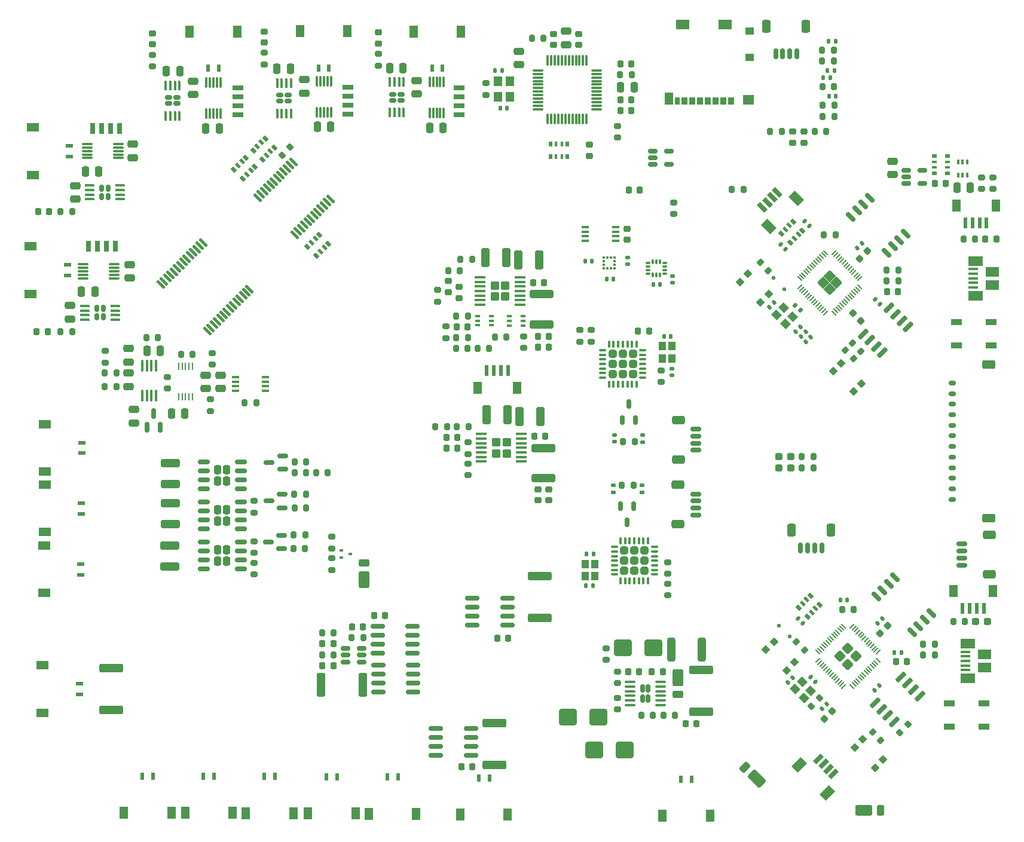
<source format=gbr>
%TF.GenerationSoftware,KiCad,Pcbnew,8.0.2-1*%
%TF.CreationDate,2024-05-28T14:08:19-07:00*%
%TF.ProjectId,flat_sat_dev_board,666c6174-5f73-4617-945f-6465765f626f,rev?*%
%TF.SameCoordinates,Original*%
%TF.FileFunction,Paste,Top*%
%TF.FilePolarity,Positive*%
%FSLAX46Y46*%
G04 Gerber Fmt 4.6, Leading zero omitted, Abs format (unit mm)*
G04 Created by KiCad (PCBNEW 8.0.2-1) date 2024-05-28 14:08:19*
%MOMM*%
%LPD*%
G01*
G04 APERTURE LIST*
G04 Aperture macros list*
%AMRoundRect*
0 Rectangle with rounded corners*
0 $1 Rounding radius*
0 $2 $3 $4 $5 $6 $7 $8 $9 X,Y pos of 4 corners*
0 Add a 4 corners polygon primitive as box body*
4,1,4,$2,$3,$4,$5,$6,$7,$8,$9,$2,$3,0*
0 Add four circle primitives for the rounded corners*
1,1,$1+$1,$2,$3*
1,1,$1+$1,$4,$5*
1,1,$1+$1,$6,$7*
1,1,$1+$1,$8,$9*
0 Add four rect primitives between the rounded corners*
20,1,$1+$1,$2,$3,$4,$5,0*
20,1,$1+$1,$4,$5,$6,$7,0*
20,1,$1+$1,$6,$7,$8,$9,0*
20,1,$1+$1,$8,$9,$2,$3,0*%
%AMRotRect*
0 Rectangle, with rotation*
0 The origin of the aperture is its center*
0 $1 length*
0 $2 width*
0 $3 Rotation angle, in degrees counterclockwise*
0 Add horizontal line*
21,1,$1,$2,0,0,$3*%
%AMFreePoly0*
4,1,19,0.563745,0.600348,0.608674,0.548496,0.619677,0.497915,0.619677,-0.497915,0.600348,-0.563745,0.548496,-0.608674,0.497915,-0.619677,-0.497915,-0.619677,-0.563745,-0.600348,-0.608674,-0.548496,-0.619677,-0.497915,-0.619677,0.397045,-0.600348,0.462875,-0.584014,0.483144,-0.483144,0.584014,-0.422927,0.616893,-0.397045,0.619677,0.497915,0.619677,0.563745,0.600348,0.563745,0.600348,
$1*%
%AMFreePoly1*
4,1,19,0.563745,0.600348,0.608674,0.548496,0.619677,0.497915,0.619677,-0.497915,0.600348,-0.563745,0.548496,-0.608674,0.497915,-0.619677,-0.397045,-0.619677,-0.462875,-0.600348,-0.483144,-0.584014,-0.584014,-0.483144,-0.616893,-0.422927,-0.619677,-0.397045,-0.619677,0.497915,-0.600348,0.563745,-0.548496,0.608674,-0.497915,0.619677,0.497915,0.619677,0.563745,0.600348,0.563745,0.600348,
$1*%
%AMFreePoly2*
4,1,19,0.462875,0.600348,0.483144,0.584014,0.584014,0.483144,0.616893,0.422927,0.619677,0.397045,0.619677,-0.497915,0.600348,-0.563745,0.548496,-0.608674,0.497915,-0.619677,-0.497915,-0.619677,-0.563745,-0.600348,-0.608674,-0.548496,-0.619677,-0.497915,-0.619677,0.497915,-0.600348,0.563745,-0.548496,0.608674,-0.497915,0.619677,0.397045,0.619677,0.462875,0.600348,0.462875,0.600348,
$1*%
%AMFreePoly3*
4,1,19,0.563745,0.600348,0.608674,0.548496,0.619677,0.497915,0.619677,-0.397045,0.600348,-0.462875,0.584014,-0.483144,0.483144,-0.584014,0.422927,-0.616893,0.397045,-0.619677,-0.497915,-0.619677,-0.563745,-0.600348,-0.608674,-0.548496,-0.619677,-0.497915,-0.619677,0.497915,-0.600348,0.563745,-0.548496,0.608674,-0.497915,0.619677,0.497915,0.619677,0.563745,0.600348,0.563745,0.600348,
$1*%
G04 Aperture macros list end*
%ADD10RoundRect,0.250000X-1.000000X-0.900000X1.000000X-0.900000X1.000000X0.900000X-1.000000X0.900000X0*%
%ADD11RoundRect,0.225000X-0.225000X-0.250000X0.225000X-0.250000X0.225000X0.250000X-0.225000X0.250000X0*%
%ADD12RoundRect,0.150000X0.150000X0.625000X-0.150000X0.625000X-0.150000X-0.625000X0.150000X-0.625000X0*%
%ADD13RoundRect,0.250000X0.350000X0.650000X-0.350000X0.650000X-0.350000X-0.650000X0.350000X-0.650000X0*%
%ADD14RoundRect,0.140000X-0.219203X-0.021213X-0.021213X-0.219203X0.219203X0.021213X0.021213X0.219203X0*%
%ADD15RoundRect,0.200000X-0.335876X-0.053033X-0.053033X-0.335876X0.335876X0.053033X0.053033X0.335876X0*%
%ADD16RotRect,0.900000X0.900000X315.000000*%
%ADD17RoundRect,0.200000X0.275000X-0.200000X0.275000X0.200000X-0.275000X0.200000X-0.275000X-0.200000X0*%
%ADD18RoundRect,0.140000X-0.021213X0.219203X-0.219203X0.021213X0.021213X-0.219203X0.219203X-0.021213X0*%
%ADD19R,0.600000X1.000000*%
%ADD20R,1.250000X1.800000*%
%ADD21RoundRect,0.140000X0.140000X0.170000X-0.140000X0.170000X-0.140000X-0.170000X0.140000X-0.170000X0*%
%ADD22RoundRect,0.218750X-0.256250X0.218750X-0.256250X-0.218750X0.256250X-0.218750X0.256250X0.218750X0*%
%ADD23RoundRect,0.200000X-0.275000X0.200000X-0.275000X-0.200000X0.275000X-0.200000X0.275000X0.200000X0*%
%ADD24RoundRect,0.100000X0.225000X0.100000X-0.225000X0.100000X-0.225000X-0.100000X0.225000X-0.100000X0*%
%ADD25RoundRect,0.200000X-0.200000X-0.275000X0.200000X-0.275000X0.200000X0.275000X-0.200000X0.275000X0*%
%ADD26R,1.000000X0.600000*%
%ADD27R,1.800000X1.250000*%
%ADD28RoundRect,0.150000X-0.825000X-0.150000X0.825000X-0.150000X0.825000X0.150000X-0.825000X0.150000X0*%
%ADD29RoundRect,0.140000X-0.170000X0.140000X-0.170000X-0.140000X0.170000X-0.140000X0.170000X0.140000X0*%
%ADD30RoundRect,0.250000X0.950000X0.500000X-0.950000X0.500000X-0.950000X-0.500000X0.950000X-0.500000X0*%
%ADD31RoundRect,0.250000X0.275000X0.500000X-0.275000X0.500000X-0.275000X-0.500000X0.275000X-0.500000X0*%
%ADD32RoundRect,0.100000X0.155000X0.100000X-0.155000X0.100000X-0.155000X-0.100000X0.155000X-0.100000X0*%
%ADD33RoundRect,0.200000X0.335876X0.053033X0.053033X0.335876X-0.335876X-0.053033X-0.053033X-0.335876X0*%
%ADD34RoundRect,0.250000X0.320000X0.320000X-0.320000X0.320000X-0.320000X-0.320000X0.320000X-0.320000X0*%
%ADD35RoundRect,0.075000X0.437500X0.075000X-0.437500X0.075000X-0.437500X-0.075000X0.437500X-0.075000X0*%
%ADD36RoundRect,0.075000X0.075000X0.437500X-0.075000X0.437500X-0.075000X-0.437500X0.075000X-0.437500X0*%
%ADD37RoundRect,0.225000X0.250000X-0.225000X0.250000X0.225000X-0.250000X0.225000X-0.250000X-0.225000X0*%
%ADD38RoundRect,0.250000X0.255000X0.395000X-0.255000X0.395000X-0.255000X-0.395000X0.255000X-0.395000X0*%
%ADD39RoundRect,0.150000X0.662500X0.150000X-0.662500X0.150000X-0.662500X-0.150000X0.662500X-0.150000X0*%
%ADD40RoundRect,0.250001X-0.354999X-0.374999X0.354999X-0.374999X0.354999X0.374999X-0.354999X0.374999X0*%
%ADD41RoundRect,0.100000X-0.687500X-0.100000X0.687500X-0.100000X0.687500X0.100000X-0.687500X0.100000X0*%
%ADD42RoundRect,0.150000X0.512500X0.150000X-0.512500X0.150000X-0.512500X-0.150000X0.512500X-0.150000X0*%
%ADD43RoundRect,0.150000X-0.150000X-0.625000X0.150000X-0.625000X0.150000X0.625000X-0.150000X0.625000X0*%
%ADD44RoundRect,0.250000X-0.350000X-0.650000X0.350000X-0.650000X0.350000X0.650000X-0.350000X0.650000X0*%
%ADD45RoundRect,0.140000X-0.140000X-0.170000X0.140000X-0.170000X0.140000X0.170000X-0.140000X0.170000X0*%
%ADD46RoundRect,0.175000X0.300000X-0.175000X0.300000X0.175000X-0.300000X0.175000X-0.300000X-0.175000X0*%
%ADD47RoundRect,0.087500X0.087500X-0.587500X0.087500X0.587500X-0.087500X0.587500X-0.087500X-0.587500X0*%
%ADD48RoundRect,0.250000X-0.250000X-0.475000X0.250000X-0.475000X0.250000X0.475000X-0.250000X0.475000X0*%
%ADD49RoundRect,0.150000X0.587500X0.150000X-0.587500X0.150000X-0.587500X-0.150000X0.587500X-0.150000X0*%
%ADD50RoundRect,0.140000X0.219203X0.021213X0.021213X0.219203X-0.219203X-0.021213X-0.021213X-0.219203X0*%
%ADD51RoundRect,0.225000X0.225000X0.250000X-0.225000X0.250000X-0.225000X-0.250000X0.225000X-0.250000X0*%
%ADD52RoundRect,0.135000X0.226274X0.035355X0.035355X0.226274X-0.226274X-0.035355X-0.035355X-0.226274X0*%
%ADD53RotRect,0.800000X0.500000X315.000000*%
%ADD54RotRect,0.800000X0.400000X315.000000*%
%ADD55RoundRect,0.250000X1.425000X-0.362500X1.425000X0.362500X-1.425000X0.362500X-1.425000X-0.362500X0*%
%ADD56RoundRect,0.150000X0.150000X-0.512500X0.150000X0.512500X-0.150000X0.512500X-0.150000X-0.512500X0*%
%ADD57RoundRect,0.100000X-0.225000X-0.100000X0.225000X-0.100000X0.225000X0.100000X-0.225000X0.100000X0*%
%ADD58R,1.100000X0.400000*%
%ADD59R,0.850000X1.100000*%
%ADD60R,0.750000X1.100000*%
%ADD61R,1.200000X1.000000*%
%ADD62R,1.550000X1.350000*%
%ADD63R,1.900000X1.350000*%
%ADD64R,1.170000X1.800000*%
%ADD65RoundRect,0.075000X0.662500X0.075000X-0.662500X0.075000X-0.662500X-0.075000X0.662500X-0.075000X0*%
%ADD66RoundRect,0.075000X0.075000X0.662500X-0.075000X0.662500X-0.075000X-0.662500X0.075000X-0.662500X0*%
%ADD67RoundRect,0.075000X0.075000X-0.650000X0.075000X0.650000X-0.075000X0.650000X-0.075000X-0.650000X0*%
%ADD68RoundRect,0.150000X-0.565685X0.353553X0.353553X-0.565685X0.565685X-0.353553X-0.353553X0.565685X0*%
%ADD69RoundRect,0.225000X0.017678X-0.335876X0.335876X-0.017678X-0.017678X0.335876X-0.335876X0.017678X0*%
%ADD70RoundRect,0.150000X0.406586X0.618718X-0.618718X-0.406586X-0.406586X-0.618718X0.618718X0.406586X0*%
%ADD71RoundRect,0.218750X-0.218750X-0.256250X0.218750X-0.256250X0.218750X0.256250X-0.218750X0.256250X0*%
%ADD72RoundRect,0.250000X1.000000X0.900000X-1.000000X0.900000X-1.000000X-0.900000X1.000000X-0.900000X0*%
%ADD73RoundRect,0.140000X0.021213X-0.219203X0.219203X-0.021213X-0.021213X0.219203X-0.219203X0.021213X0*%
%ADD74RoundRect,0.225000X-0.250000X0.225000X-0.250000X-0.225000X0.250000X-0.225000X0.250000X0.225000X0*%
%ADD75RoundRect,0.200000X0.200000X0.275000X-0.200000X0.275000X-0.200000X-0.275000X0.200000X-0.275000X0*%
%ADD76RoundRect,0.237500X0.287500X0.237500X-0.287500X0.237500X-0.287500X-0.237500X0.287500X-0.237500X0*%
%ADD77RoundRect,0.250000X-0.475000X0.250000X-0.475000X-0.250000X0.475000X-0.250000X0.475000X0.250000X0*%
%ADD78RoundRect,0.075000X0.650000X0.075000X-0.650000X0.075000X-0.650000X-0.075000X0.650000X-0.075000X0*%
%ADD79RoundRect,0.150000X0.625000X-0.150000X0.625000X0.150000X-0.625000X0.150000X-0.625000X-0.150000X0*%
%ADD80RoundRect,0.250000X0.650000X-0.350000X0.650000X0.350000X-0.650000X0.350000X-0.650000X-0.350000X0*%
%ADD81RotRect,0.800000X0.500000X135.000000*%
%ADD82RotRect,0.800000X0.400000X135.000000*%
%ADD83R,1.600000X0.700000*%
%ADD84RoundRect,0.250000X0.475000X-0.250000X0.475000X0.250000X-0.475000X0.250000X-0.475000X-0.250000X0*%
%ADD85RoundRect,0.225000X-0.017678X0.335876X-0.335876X0.017678X0.017678X-0.335876X0.335876X-0.017678X0*%
%ADD86R,0.375000X0.350000*%
%ADD87R,0.350000X0.375000*%
%ADD88RoundRect,0.167500X-0.167500X-0.407500X0.167500X-0.407500X0.167500X0.407500X-0.167500X0.407500X0*%
%ADD89RoundRect,0.100000X-0.625000X-0.100000X0.625000X-0.100000X0.625000X0.100000X-0.625000X0.100000X0*%
%ADD90RoundRect,0.175000X0.175000X0.300000X-0.175000X0.300000X-0.175000X-0.300000X0.175000X-0.300000X0*%
%ADD91RoundRect,0.087500X0.587500X0.087500X-0.587500X0.087500X-0.587500X-0.087500X0.587500X-0.087500X0*%
%ADD92RoundRect,0.250000X-0.325000X-1.100000X0.325000X-1.100000X0.325000X1.100000X-0.325000X1.100000X0*%
%ADD93RoundRect,0.250000X-0.312500X-1.450000X0.312500X-1.450000X0.312500X1.450000X-0.312500X1.450000X0*%
%ADD94R,0.700000X1.600000*%
%ADD95R,0.600000X1.550000*%
%ADD96R,1.200000X1.800000*%
%ADD97RoundRect,0.250000X-1.450000X0.312500X-1.450000X-0.312500X1.450000X-0.312500X1.450000X0.312500X0*%
%ADD98RoundRect,0.125000X-0.176777X0.000000X0.000000X-0.176777X0.176777X0.000000X0.000000X0.176777X0*%
%ADD99R,0.800000X0.500000*%
%ADD100R,0.800000X0.400000*%
%ADD101RoundRect,0.250000X-0.362500X-1.425000X0.362500X-1.425000X0.362500X1.425000X-0.362500X1.425000X0*%
%ADD102RoundRect,0.250000X-1.425000X0.362500X-1.425000X-0.362500X1.425000X-0.362500X1.425000X0.362500X0*%
%ADD103R,1.500000X0.900000*%
%ADD104R,1.200000X1.400000*%
%ADD105RoundRect,0.200000X-0.053033X0.335876X-0.335876X0.053033X0.053033X-0.335876X0.335876X-0.053033X0*%
%ADD106R,1.380000X0.450000*%
%ADD107R,2.100000X1.475000*%
%ADD108R,1.900000X1.375000*%
%ADD109RoundRect,0.140000X0.170000X-0.140000X0.170000X0.140000X-0.170000X0.140000X-0.170000X-0.140000X0*%
%ADD110RoundRect,0.250000X-1.100000X0.325000X-1.100000X-0.325000X1.100000X-0.325000X1.100000X0.325000X0*%
%ADD111RoundRect,0.087500X-0.225000X-0.087500X0.225000X-0.087500X0.225000X0.087500X-0.225000X0.087500X0*%
%ADD112RoundRect,0.087500X-0.087500X-0.225000X0.087500X-0.225000X0.087500X0.225000X-0.087500X0.225000X0*%
%ADD113RoundRect,0.250000X0.500000X-0.950000X0.500000X0.950000X-0.500000X0.950000X-0.500000X-0.950000X0*%
%ADD114RoundRect,0.250000X0.500000X-0.275000X0.500000X0.275000X-0.500000X0.275000X-0.500000X-0.275000X0*%
%ADD115RoundRect,0.218750X0.218750X0.256250X-0.218750X0.256250X-0.218750X-0.256250X0.218750X-0.256250X0*%
%ADD116R,0.250000X1.100000*%
%ADD117RoundRect,0.150000X-0.512500X-0.150000X0.512500X-0.150000X0.512500X0.150000X-0.512500X0.150000X0*%
%ADD118RoundRect,0.250000X-0.320000X-0.320000X0.320000X-0.320000X0.320000X0.320000X-0.320000X0.320000X0*%
%ADD119RoundRect,0.075000X-0.437500X-0.075000X0.437500X-0.075000X0.437500X0.075000X-0.437500X0.075000X0*%
%ADD120RoundRect,0.075000X-0.075000X-0.437500X0.075000X-0.437500X0.075000X0.437500X-0.075000X0.437500X0*%
%ADD121RoundRect,0.125000X0.176777X0.000000X0.000000X0.176777X-0.176777X0.000000X0.000000X-0.176777X0*%
%ADD122RoundRect,0.150000X0.150000X-0.587500X0.150000X0.587500X-0.150000X0.587500X-0.150000X-0.587500X0*%
%ADD123RoundRect,0.250000X0.250000X0.475000X-0.250000X0.475000X-0.250000X-0.475000X0.250000X-0.475000X0*%
%ADD124RoundRect,0.225000X-0.335876X-0.017678X-0.017678X-0.335876X0.335876X0.017678X0.017678X0.335876X0*%
%ADD125RoundRect,0.250000X-1.025305X0.318198X0.318198X-1.025305X1.025305X-0.318198X-0.318198X1.025305X0*%
%ADD126RoundRect,0.250000X-0.548008X-0.159099X-0.159099X-0.548008X0.548008X0.159099X0.159099X0.548008X0*%
%ADD127RoundRect,0.150000X-0.150000X0.512500X-0.150000X-0.512500X0.150000X-0.512500X0.150000X0.512500X0*%
%ADD128RoundRect,0.249999X-0.558616X0.000000X0.000000X-0.558616X0.558616X0.000000X0.000000X0.558616X0*%
%ADD129RoundRect,0.050000X-0.309359X0.238649X0.238649X-0.309359X0.309359X-0.238649X-0.238649X0.309359X0*%
%ADD130RoundRect,0.050000X-0.309359X-0.238649X-0.238649X-0.309359X0.309359X0.238649X0.238649X0.309359X0*%
%ADD131R,1.000000X1.150000*%
%ADD132RoundRect,0.100000X0.100000X-0.712500X0.100000X0.712500X-0.100000X0.712500X-0.100000X-0.712500X0*%
%ADD133FreePoly0,315.000000*%
%ADD134FreePoly1,315.000000*%
%ADD135FreePoly2,315.000000*%
%ADD136FreePoly3,315.000000*%
%ADD137RoundRect,0.150000X0.350000X-0.150000X0.350000X0.150000X-0.350000X0.150000X-0.350000X-0.150000X0*%
%ADD138RoundRect,0.250000X0.650000X-0.375000X0.650000X0.375000X-0.650000X0.375000X-0.650000X-0.375000X0*%
%ADD139RoundRect,0.250000X-0.500000X0.950000X-0.500000X-0.950000X0.500000X-0.950000X0.500000X0.950000X0*%
%ADD140RoundRect,0.250000X-0.500000X0.275000X-0.500000X-0.275000X0.500000X-0.275000X0.500000X0.275000X0*%
%ADD141R,0.500000X0.800000*%
%ADD142R,0.400000X0.800000*%
%ADD143RoundRect,0.100000X-0.100000X0.225000X-0.100000X-0.225000X0.100000X-0.225000X0.100000X0.225000X0*%
%ADD144RoundRect,0.100000X-0.521491X0.380070X0.380070X-0.521491X0.521491X-0.380070X-0.380070X0.521491X0*%
%ADD145RotRect,1.150000X1.000000X315.000000*%
%ADD146RoundRect,0.250000X0.325000X1.100000X-0.325000X1.100000X-0.325000X-1.100000X0.325000X-1.100000X0*%
%ADD147RotRect,0.600000X1.550000X225.000000*%
%ADD148RotRect,1.200000X1.800000X225.000000*%
%ADD149RotRect,0.600000X1.550000X135.000000*%
%ADD150RotRect,1.200000X1.800000X135.000000*%
G04 APERTURE END LIST*
D10*
%TO.C,D8*%
X157452817Y-136971446D03*
X161752817Y-136971446D03*
%TD*%
D11*
%TO.C,C67*%
X138627817Y-139363946D03*
X140177817Y-139363946D03*
%TD*%
D12*
%TO.C,J8*%
X186125000Y-38325000D03*
X185125000Y-38325000D03*
X184125000Y-38325000D03*
X183125000Y-38325000D03*
D13*
X187425000Y-34450000D03*
X181825000Y-34450000D03*
%TD*%
D14*
%TO.C,C77*%
X188110589Y-126685589D03*
X188789411Y-127364411D03*
%TD*%
D15*
%TO.C,R5*%
X194041637Y-79316637D03*
X195208363Y-80483363D03*
%TD*%
D16*
%TO.C,SW4*%
X198355508Y-138386395D03*
X195456371Y-135487258D03*
X197224137Y-139517766D03*
X194325000Y-136618629D03*
%TD*%
D17*
%TO.C,R86*%
X136452817Y-78633946D03*
X136452817Y-76983946D03*
%TD*%
D18*
%TO.C,C88*%
X190389411Y-130435589D03*
X189710589Y-131114411D03*
%TD*%
D19*
%TO.C,J17*%
X93432817Y-140718946D03*
X94932817Y-140718946D03*
D20*
X90827817Y-145908946D03*
X97537817Y-145908946D03*
%TD*%
D17*
%TO.C,FB2*%
X160750000Y-50212500D03*
X160750000Y-48562500D03*
%TD*%
D11*
%TO.C,C92*%
X137952817Y-77058946D03*
X139502817Y-77058946D03*
%TD*%
D21*
%TO.C,C4*%
X190855000Y-41725000D03*
X189895000Y-41725000D03*
%TD*%
D22*
%TO.C,D18*%
X126850000Y-35337499D03*
X126850000Y-36912501D03*
%TD*%
D21*
%TO.C,C6*%
X191605000Y-36575000D03*
X190645000Y-36575000D03*
%TD*%
D23*
%TO.C,R88*%
X147452817Y-78383946D03*
X147452817Y-80033946D03*
%TD*%
D24*
%TO.C,Q11*%
X142827817Y-76821446D03*
X142827816Y-76171446D03*
X142827817Y-75521446D03*
X140927817Y-75521446D03*
X140927818Y-76171446D03*
X140927817Y-76821446D03*
%TD*%
D25*
%TO.C,R53*%
X114992501Y-96200000D03*
X116642501Y-96200000D03*
%TD*%
D16*
%TO.C,SW1*%
X182115254Y-72433883D03*
X179216117Y-69534746D03*
X180983883Y-73565254D03*
X178084746Y-70666117D03*
%TD*%
D26*
%TO.C,J26*%
X84827501Y-93450000D03*
X84827501Y-94950000D03*
D27*
X79637500Y-90845000D03*
X79637500Y-97555000D03*
%TD*%
D16*
%TO.C,SW3*%
X185790254Y-124577512D03*
X182891117Y-121678375D03*
X184658883Y-125708883D03*
X181759746Y-122809746D03*
%TD*%
D28*
%TO.C,Q8*%
X126777817Y-119506446D03*
X126777817Y-120776446D03*
X126777817Y-122046446D03*
X126777817Y-123316446D03*
X131727817Y-123316446D03*
X131727817Y-122046446D03*
X131727817Y-120776446D03*
X131727817Y-119506446D03*
%TD*%
D29*
%TO.C,C16*%
X168550000Y-69845000D03*
X168550000Y-70805000D03*
%TD*%
D30*
%TO.C,D9*%
X195650000Y-145575000D03*
D31*
X198025000Y-145575000D03*
%TD*%
D32*
%TO.C,Q2*%
X121625001Y-108700000D03*
X121625001Y-109700000D03*
X122915001Y-109200000D03*
%TD*%
D22*
%TO.C,D20*%
X94900000Y-35437499D03*
X94900000Y-37012501D03*
%TD*%
D28*
%TO.C,U19*%
X135002817Y-133908946D03*
X135002817Y-135178946D03*
X135002817Y-136448946D03*
X135002817Y-137718946D03*
X139952817Y-137718946D03*
X139952817Y-136448946D03*
X139952817Y-135178946D03*
X139952817Y-133908946D03*
%TD*%
D33*
%TO.C,R69*%
X187233363Y-122876992D03*
X186066637Y-121710266D03*
%TD*%
D23*
%TO.C,R33*%
X120300001Y-109825000D03*
X120300001Y-111475000D03*
%TD*%
D25*
%TO.C,R81*%
X137902817Y-78583946D03*
X139552817Y-78583946D03*
%TD*%
D18*
%TO.C,C2*%
X182939411Y-73560589D03*
X182260589Y-74239411D03*
%TD*%
D11*
%TO.C,C46*%
X162267817Y-125911446D03*
X163817817Y-125911446D03*
%TD*%
D19*
%TO.C,J22*%
X128132817Y-140831446D03*
X129632817Y-140831446D03*
D20*
X125527817Y-146021446D03*
X132237817Y-146021446D03*
%TD*%
D34*
%TO.C,U24*%
X164525000Y-111590000D03*
X164525000Y-110170000D03*
X164525000Y-108750000D03*
X163105000Y-111590000D03*
X163105000Y-110170000D03*
X163105000Y-108750000D03*
X161685000Y-111590000D03*
X161685000Y-110170000D03*
X161685000Y-108750000D03*
D35*
X165942500Y-112120000D03*
X165942500Y-111470000D03*
X165942500Y-110820000D03*
X165942500Y-110170000D03*
X165942500Y-109520000D03*
X165942500Y-108870000D03*
X165942500Y-108220000D03*
D36*
X165055000Y-107332500D03*
X164405000Y-107332500D03*
X163755000Y-107332500D03*
X163105000Y-107332500D03*
X162455000Y-107332500D03*
X161805000Y-107332500D03*
X161155000Y-107332500D03*
D35*
X160267500Y-108220000D03*
X160267500Y-108870000D03*
X160267500Y-109520000D03*
X160267500Y-110170000D03*
X160267500Y-110820000D03*
X160267500Y-111470000D03*
X160267500Y-112120000D03*
D36*
X161155000Y-113007500D03*
X161805000Y-113007500D03*
X162455000Y-113007500D03*
X163105000Y-113007500D03*
X163755000Y-113007500D03*
X164405000Y-113007500D03*
X165055000Y-113007500D03*
%TD*%
D37*
%TO.C,C50*%
X151027817Y-101608946D03*
X151027817Y-100058946D03*
%TD*%
D23*
%TO.C,R35*%
X160717817Y-125886446D03*
X160717817Y-127536446D03*
%TD*%
D11*
%TO.C,C57*%
X123127817Y-119521446D03*
X124677817Y-119521446D03*
%TD*%
%TO.C,C32*%
X163650000Y-77625000D03*
X165200000Y-77625000D03*
%TD*%
D25*
%TO.C,R14*%
X188650000Y-49399999D03*
X190300000Y-49399999D03*
%TD*%
D38*
%TO.C,Q10*%
X105372500Y-98900000D03*
X105372500Y-97300000D03*
X104112500Y-98900000D03*
X104112500Y-97300000D03*
D39*
X107380001Y-100005000D03*
X107380000Y-98735000D03*
X107380000Y-97465000D03*
X107380001Y-96195000D03*
X102104999Y-96195000D03*
X102105000Y-97465000D03*
X102105000Y-98735000D03*
X102104999Y-100005000D03*
%TD*%
D23*
%TO.C,R45*%
X109262500Y-107425000D03*
X109262500Y-109075000D03*
%TD*%
D40*
%TO.C,U25*%
X143340317Y-71183946D03*
X143340317Y-72733946D03*
X144840317Y-71183946D03*
X144840317Y-72733946D03*
D41*
X141227817Y-70008946D03*
X141227817Y-70658946D03*
X141227817Y-71308946D03*
X141227817Y-71958946D03*
X141227817Y-72608946D03*
X141227817Y-73258946D03*
X141227817Y-73908946D03*
X146952817Y-73908946D03*
X146952817Y-73258946D03*
X146952817Y-72608946D03*
X146952817Y-71958946D03*
X146952817Y-71308946D03*
X146952817Y-70658946D03*
X146952817Y-70008946D03*
%TD*%
D37*
%TO.C,C17*%
X155250000Y-37112500D03*
X155250000Y-35562500D03*
%TD*%
D42*
%TO.C,U14*%
X124477817Y-124521445D03*
X124477817Y-123571446D03*
X124477817Y-122621447D03*
X122202817Y-122621447D03*
X122202817Y-123571446D03*
X122202817Y-124521445D03*
%TD*%
D21*
%TO.C,C3*%
X191430000Y-40700000D03*
X190470000Y-40700000D03*
%TD*%
D43*
%TO.C,J32*%
X186675000Y-108350000D03*
X187675000Y-108350000D03*
X188675000Y-108350000D03*
X189675000Y-108350000D03*
D44*
X185375000Y-105825000D03*
X190975000Y-105825000D03*
%TD*%
D25*
%TO.C,R55*%
X118890317Y-120408946D03*
X120540317Y-120408946D03*
%TD*%
D45*
%TO.C,C87*%
X192320000Y-115775000D03*
X193280000Y-115775000D03*
%TD*%
D29*
%TO.C,C27*%
X162207500Y-67227500D03*
X162207500Y-68187500D03*
%TD*%
D11*
%TO.C,C68*%
X143727817Y-121196446D03*
X145277817Y-121196446D03*
%TD*%
D17*
%TO.C,R66*%
X96952817Y-85771445D03*
X96952817Y-84121445D03*
%TD*%
D11*
%TO.C,C71*%
X149452817Y-78408946D03*
X151002817Y-78408946D03*
%TD*%
D46*
%TO.C,U28*%
X128875000Y-44950000D03*
X130055000Y-44950000D03*
X128875000Y-44090000D03*
X130055000Y-44090000D03*
D47*
X128490000Y-46695000D03*
X129140000Y-46695000D03*
X129790000Y-46695000D03*
X130440000Y-46695000D03*
X130440000Y-42345000D03*
X129790000Y-42345000D03*
X129140000Y-42345000D03*
X128490000Y-42345000D03*
%TD*%
D48*
%TO.C,C66*%
X94077818Y-80421446D03*
X95977816Y-80421446D03*
%TD*%
D18*
%TO.C,C7*%
X195389411Y-65185589D03*
X194710589Y-65864411D03*
%TD*%
D49*
%TO.C,Q3*%
X113250000Y-102675000D03*
X113250000Y-100775000D03*
X111374999Y-101725000D03*
%TD*%
D50*
%TO.C,C10*%
X187903822Y-62703822D03*
X187225000Y-62025000D03*
%TD*%
D48*
%TO.C,C97*%
X134125000Y-48875000D03*
X136025000Y-48875000D03*
%TD*%
D51*
%TO.C,C53*%
X150527817Y-92583946D03*
X148977817Y-92583946D03*
%TD*%
D11*
%TO.C,C45*%
X205650001Y-56750000D03*
X207200001Y-56750000D03*
%TD*%
D51*
%TO.C,C60*%
X138027817Y-92708946D03*
X136477817Y-92708946D03*
%TD*%
D52*
%TO.C,R3*%
X186635624Y-74710624D03*
X185914376Y-73989376D03*
%TD*%
D26*
%TO.C,J39*%
X83099999Y-51400000D03*
X83099999Y-52900000D03*
D27*
X77909998Y-48795000D03*
X77909998Y-55505000D03*
%TD*%
D53*
%TO.C,R94*%
X118498483Y-63977720D03*
D54*
X117932798Y-64543405D03*
X117367112Y-65109091D03*
D53*
X116801427Y-65674776D03*
X118074219Y-66947568D03*
D54*
X118639904Y-66381883D03*
X119205590Y-65816197D03*
D53*
X119771275Y-65250512D03*
%TD*%
D11*
%TO.C,C19*%
X161125000Y-44862500D03*
X162675000Y-44862500D03*
%TD*%
D28*
%TO.C,U20*%
X140177817Y-115516446D03*
X140177817Y-116786446D03*
X140177817Y-118056446D03*
X140177817Y-119326446D03*
X145127817Y-119326446D03*
X145127817Y-118056446D03*
X145127817Y-116786446D03*
X145127817Y-115516446D03*
%TD*%
D55*
%TO.C,R46*%
X172592817Y-131548946D03*
X172592817Y-125623946D03*
%TD*%
D48*
%TO.C,C96*%
X128475000Y-40350000D03*
X130375000Y-40350000D03*
%TD*%
D56*
%TO.C,D5*%
X161412500Y-90275000D03*
X163312500Y-90275000D03*
X162362500Y-88000000D03*
%TD*%
D29*
%TO.C,C30*%
X164325000Y-92390000D03*
X164325000Y-93350000D03*
%TD*%
D57*
%TO.C,Q12*%
X145427817Y-75558946D03*
X145427817Y-76208946D03*
X145427817Y-76858946D03*
X147327817Y-76858946D03*
X147327817Y-76208946D03*
X147327817Y-75558946D03*
%TD*%
D25*
%TO.C,FB3*%
X94002817Y-78596446D03*
X95652817Y-78596446D03*
%TD*%
%TO.C,R85*%
X140902817Y-80133946D03*
X142552817Y-80133946D03*
%TD*%
D45*
%TO.C,C28*%
X159177500Y-70282500D03*
X160137500Y-70282500D03*
%TD*%
D21*
%TO.C,C41*%
X157112500Y-67732500D03*
X156152500Y-67732500D03*
%TD*%
D58*
%TO.C,IC3*%
X106602816Y-84171445D03*
X106602816Y-84821446D03*
X106602816Y-85471446D03*
X106602816Y-86121447D03*
X110902816Y-86121447D03*
X110902816Y-85471446D03*
X110902816Y-84821446D03*
X110902816Y-84171445D03*
%TD*%
D59*
%TO.C,J4*%
X176830001Y-45025000D03*
X175730000Y-45025000D03*
X174630001Y-45025000D03*
X173530000Y-45025000D03*
X172430000Y-45025000D03*
X171330000Y-45025000D03*
X170230000Y-45025000D03*
D60*
X169180000Y-45025000D03*
D61*
X179465000Y-38875000D03*
X179465000Y-35175000D03*
D62*
X179290000Y-44900000D03*
D63*
X175965000Y-34200000D03*
X169995000Y-34200000D03*
D64*
X167970000Y-44675000D03*
%TD*%
D65*
%TO.C,U6*%
X157762500Y-46212500D03*
X157762500Y-45712500D03*
X157762500Y-45212500D03*
X157762500Y-44712499D03*
X157762500Y-44212500D03*
X157762500Y-43712500D03*
X157762500Y-43212500D03*
X157762500Y-42712500D03*
X157762500Y-42212501D03*
X157762500Y-41712500D03*
X157762500Y-41212500D03*
X157762500Y-40712500D03*
D66*
X156350000Y-39300000D03*
X155850000Y-39300000D03*
X155350000Y-39300000D03*
X154849999Y-39300000D03*
X154350000Y-39300000D03*
X153850000Y-39300000D03*
X153350000Y-39300000D03*
X152850000Y-39300000D03*
X152350001Y-39300000D03*
X151850000Y-39300000D03*
X151350000Y-39300000D03*
X150850000Y-39300000D03*
D65*
X149437500Y-40712500D03*
X149437500Y-41212500D03*
X149437500Y-41712500D03*
X149437500Y-42212501D03*
X149437500Y-42712500D03*
X149437500Y-43212500D03*
X149437500Y-43712500D03*
X149437500Y-44212500D03*
X149437500Y-44712499D03*
X149437500Y-45212500D03*
X149437500Y-45712500D03*
X149437500Y-46212500D03*
D66*
X150850000Y-47625000D03*
X151350000Y-47625000D03*
X151850000Y-47625000D03*
X152350001Y-47625000D03*
X152850000Y-47625000D03*
X153350000Y-47625000D03*
X153850000Y-47625000D03*
X154350000Y-47625000D03*
X154849999Y-47625000D03*
X155350000Y-47625000D03*
X155850000Y-47625000D03*
X156350000Y-47625000D03*
%TD*%
D67*
%TO.C,U27*%
X134125000Y-46775000D03*
X134625001Y-46775000D03*
X135125000Y-46775000D03*
X135624999Y-46775000D03*
X136125000Y-46775000D03*
X136125000Y-42375000D03*
X135624999Y-42375000D03*
X135125000Y-42375000D03*
X134625001Y-42375000D03*
X134125000Y-42375000D03*
%TD*%
D68*
%TO.C,U1*%
X196451454Y-58757377D03*
X195553428Y-59655403D03*
X194655403Y-60553428D03*
X193757377Y-61451454D03*
X198848546Y-66542623D03*
X199746572Y-65644597D03*
X200644597Y-64746572D03*
X201542623Y-63848546D03*
%TD*%
D69*
%TO.C,C9*%
X195003984Y-67371016D03*
X196100000Y-66275000D03*
%TD*%
D70*
%TO.C,U21*%
X203571876Y-129348905D03*
X202673851Y-128450880D03*
X201775825Y-127552854D03*
X200877800Y-126654829D03*
X197236200Y-130296429D03*
X198134225Y-131194454D03*
X199032251Y-132092480D03*
X199930276Y-132990505D03*
%TD*%
D71*
%TO.C,D22*%
X78437500Y-77750000D03*
X80012500Y-77750000D03*
%TD*%
D51*
%TO.C,C61*%
X120490317Y-125033946D03*
X118940317Y-125033946D03*
%TD*%
D11*
%TO.C,C70*%
X149452817Y-79958946D03*
X151002817Y-79958946D03*
%TD*%
D48*
%TO.C,C100*%
X118200000Y-48700000D03*
X120100000Y-48700000D03*
%TD*%
D23*
%TO.C,FB4*%
X103102817Y-87296446D03*
X103102817Y-88946446D03*
%TD*%
D51*
%TO.C,C58*%
X138027817Y-94258946D03*
X136477817Y-94258946D03*
%TD*%
D72*
%TO.C,D6*%
X158027818Y-132371446D03*
X153727816Y-132371446D03*
%TD*%
D45*
%TO.C,C25*%
X167345000Y-78400000D03*
X168305000Y-78400000D03*
%TD*%
D73*
%TO.C,C90*%
X197110589Y-128489411D03*
X197789411Y-127810589D03*
%TD*%
D21*
%TO.C,C80*%
X200930000Y-123225000D03*
X199970000Y-123225000D03*
%TD*%
D74*
%TO.C,C91*%
X136802817Y-70558946D03*
X136802817Y-72108946D03*
%TD*%
D75*
%TO.C,R38*%
X116612500Y-100775000D03*
X114962500Y-100775000D03*
%TD*%
D76*
%TO.C,D13*%
X213174999Y-118800000D03*
X211425001Y-118800000D03*
%TD*%
D77*
%TO.C,C101*%
X100625000Y-42225001D03*
X100625000Y-44124999D03*
%TD*%
D75*
%TO.C,R96*%
X83475000Y-60725000D03*
X81825000Y-60725000D03*
%TD*%
D46*
%TO.C,U34*%
X97145000Y-45410000D03*
X98325000Y-45410000D03*
X97145000Y-44550000D03*
X98325000Y-44550000D03*
D47*
X96760000Y-47155000D03*
X97410000Y-47155000D03*
X98060000Y-47155000D03*
X98710000Y-47155000D03*
X98710000Y-42805000D03*
X98060000Y-42805000D03*
X97410000Y-42805000D03*
X96760000Y-42805000D03*
%TD*%
D17*
%TO.C,R36*%
X160742817Y-131236446D03*
X160742817Y-129586446D03*
%TD*%
D74*
%TO.C,C39*%
X156775000Y-51262500D03*
X156775000Y-52812500D03*
%TD*%
D11*
%TO.C,C5*%
X198900000Y-72075000D03*
X200450000Y-72075000D03*
%TD*%
D25*
%TO.C,R58*%
X208275000Y-118800000D03*
X209925000Y-118800000D03*
%TD*%
%TO.C,R12*%
X176925000Y-57575000D03*
X178575000Y-57575000D03*
%TD*%
D75*
%TO.C,R83*%
X145002817Y-78508946D03*
X143352817Y-78508946D03*
%TD*%
D25*
%TO.C,R41*%
X114987500Y-102700000D03*
X116637500Y-102700000D03*
%TD*%
D78*
%TO.C,U37*%
X89999999Y-53125000D03*
X89999999Y-52624999D03*
X89999999Y-52125000D03*
X89999999Y-51625001D03*
X89999999Y-51125000D03*
X85599999Y-51125000D03*
X85599999Y-51625001D03*
X85599999Y-52125000D03*
X85599999Y-52624999D03*
X85599999Y-53125000D03*
%TD*%
D17*
%TO.C,R82*%
X135277817Y-73458946D03*
X135277817Y-71808946D03*
%TD*%
D77*
%TO.C,C95*%
X132275000Y-42150001D03*
X132275000Y-44049999D03*
%TD*%
D23*
%TO.C,R25*%
X142125000Y-42537500D03*
X142125000Y-44187500D03*
%TD*%
D78*
%TO.C,U41*%
X89450000Y-70162500D03*
X89450000Y-69662499D03*
X89450000Y-69162500D03*
X89450000Y-68662501D03*
X89450000Y-68162500D03*
X85050000Y-68162500D03*
X85050000Y-68662501D03*
X85050000Y-69162500D03*
X85050000Y-69662499D03*
X85050000Y-70162500D03*
%TD*%
D50*
%TO.C,C13*%
X184539411Y-66064411D03*
X183860589Y-65385589D03*
%TD*%
D21*
%TO.C,C93*%
X157230000Y-113750000D03*
X156270000Y-113750000D03*
%TD*%
D79*
%TO.C,J30*%
X171825000Y-103725000D03*
X171825000Y-102725000D03*
X171825000Y-101725000D03*
X171825000Y-100725000D03*
D80*
X169300000Y-105025000D03*
X169300000Y-99425000D03*
%TD*%
D71*
%TO.C,D21*%
X78662500Y-60725000D03*
X80237500Y-60725000D03*
%TD*%
D17*
%TO.C,R52*%
X139552817Y-98083946D03*
X139552817Y-96433946D03*
%TD*%
D81*
%TO.C,R11*%
X185212868Y-65084924D03*
D82*
X185778553Y-64519239D03*
X186344239Y-63953553D03*
D81*
X186909924Y-63387868D03*
X185637132Y-62115076D03*
D82*
X185071447Y-62680761D03*
X184505761Y-63246447D03*
D81*
X183940076Y-63812132D03*
%TD*%
D25*
%TO.C,R13*%
X209725000Y-64575000D03*
X211375000Y-64575000D03*
%TD*%
%TO.C,R48*%
X123077817Y-121046446D03*
X124727817Y-121046446D03*
%TD*%
D29*
%TO.C,C84*%
X164175000Y-99525000D03*
X164175000Y-100485000D03*
%TD*%
D83*
%TO.C,U26*%
X138325000Y-43150000D03*
X138325000Y-44420000D03*
X138325000Y-45690000D03*
X138325000Y-46960000D03*
%TD*%
D75*
%TO.C,R20*%
X162725000Y-41312500D03*
X161075000Y-41312500D03*
%TD*%
D81*
%TO.C,R87*%
X187662868Y-118078553D03*
D82*
X188228553Y-117512868D03*
X188794239Y-116947182D03*
D81*
X189359924Y-116381497D03*
X188087132Y-115108705D03*
D82*
X187521447Y-115674390D03*
X186955761Y-116240076D03*
D81*
X186390076Y-116805761D03*
%TD*%
D21*
%TO.C,C12*%
X191630000Y-44350000D03*
X190670000Y-44350000D03*
%TD*%
D25*
%TO.C,R78*%
X138477817Y-67508946D03*
X140127817Y-67508946D03*
%TD*%
D23*
%TO.C,R27*%
X213925001Y-55875000D03*
X213925001Y-57525000D03*
%TD*%
D25*
%TO.C,R10*%
X189775000Y-47225000D03*
X191425000Y-47225000D03*
%TD*%
D84*
%TO.C,C63*%
X92227817Y-90671445D03*
X92227817Y-88771447D03*
%TD*%
D23*
%TO.C,R21*%
X166950000Y-83200000D03*
X166950000Y-84850000D03*
%TD*%
D17*
%TO.C,R77*%
X167875000Y-115100000D03*
X167875000Y-113450000D03*
%TD*%
D25*
%TO.C,R8*%
X189750000Y-43050000D03*
X191400000Y-43050000D03*
%TD*%
%TO.C,FB1*%
X148600000Y-36137500D03*
X150250000Y-36137500D03*
%TD*%
D85*
%TO.C,C79*%
X191100000Y-131525000D03*
X190003984Y-132621016D03*
%TD*%
D48*
%TO.C,C73*%
X97552817Y-89346446D03*
X99452815Y-89346446D03*
%TD*%
D19*
%TO.C,J20*%
X119507817Y-140818946D03*
X121007817Y-140818946D03*
D20*
X116902817Y-146008946D03*
X123612817Y-146008946D03*
%TD*%
D86*
%TO.C,U7*%
X158775000Y-67225000D03*
X158775000Y-67725000D03*
X158775000Y-68225000D03*
X158775000Y-68725000D03*
D87*
X159287500Y-68737500D03*
X159787500Y-68737500D03*
D86*
X160300000Y-68725000D03*
X160300000Y-68225000D03*
X160300000Y-67725000D03*
X160300000Y-67225000D03*
D87*
X159787500Y-67212500D03*
X159287500Y-67212500D03*
%TD*%
D25*
%TO.C,R40*%
X167217817Y-132086446D03*
X168867817Y-132086446D03*
%TD*%
D17*
%TO.C,R91*%
X110725000Y-39875000D03*
X110725000Y-38225000D03*
%TD*%
D15*
%TO.C,R1*%
X180941637Y-67941637D03*
X182108363Y-69108363D03*
%TD*%
D14*
%TO.C,C15*%
X197210589Y-73160589D03*
X197889411Y-73839411D03*
%TD*%
D17*
%TO.C,R37*%
X109262500Y-112125000D03*
X109262500Y-110475000D03*
%TD*%
D88*
%TO.C,IC4*%
X164267817Y-128286446D03*
X164267817Y-129706446D03*
X165087817Y-128286446D03*
X165087817Y-129706446D03*
D89*
X162527817Y-127371446D03*
X162527817Y-128021446D03*
X162527817Y-128671446D03*
X162527817Y-129321446D03*
X162527817Y-129971446D03*
X162527817Y-130621446D03*
X166827817Y-130621446D03*
X166827817Y-129971446D03*
X166827817Y-129321446D03*
X166827817Y-128671446D03*
X166827817Y-128021446D03*
X166827817Y-127371446D03*
%TD*%
D51*
%TO.C,C56*%
X127802817Y-117921446D03*
X126252817Y-117921446D03*
%TD*%
D74*
%TO.C,C89*%
X138327817Y-71408946D03*
X138327817Y-72958946D03*
%TD*%
D75*
%TO.C,R76*%
X163000000Y-99525000D03*
X161350000Y-99525000D03*
%TD*%
D90*
%TO.C,U42*%
X87874999Y-75637500D03*
X87874999Y-74457500D03*
X87014999Y-75637500D03*
X87014999Y-74457500D03*
D91*
X89619999Y-76022500D03*
X89619999Y-75372500D03*
X89619999Y-74722500D03*
X89619999Y-74072500D03*
X85269999Y-74072500D03*
X85269999Y-74722500D03*
X85269999Y-75372500D03*
X85269999Y-76022500D03*
%TD*%
D84*
%TO.C,C109*%
X91675000Y-70137499D03*
X91675000Y-68237501D03*
%TD*%
D79*
%TO.C,J10*%
X171850000Y-94525000D03*
X171850000Y-93525000D03*
X171850000Y-92525000D03*
X171850000Y-91525000D03*
D80*
X169325000Y-95825000D03*
X169325000Y-90225000D03*
%TD*%
D11*
%TO.C,C18*%
X161125000Y-39787500D03*
X162675000Y-39787500D03*
%TD*%
D92*
%TO.C,C72*%
X146702817Y-67533946D03*
X149652817Y-67533946D03*
%TD*%
D19*
%TO.C,J29*%
X141077817Y-140956446D03*
X142577817Y-140956446D03*
D20*
X138472817Y-146146446D03*
X145182817Y-146146446D03*
%TD*%
D72*
%TO.C,D11*%
X165792818Y-122536446D03*
X161492816Y-122536446D03*
%TD*%
D46*
%TO.C,U31*%
X112910000Y-45080000D03*
X114090000Y-45080000D03*
X112910000Y-44220000D03*
X114090000Y-44220000D03*
D47*
X112525000Y-46825000D03*
X113175000Y-46825000D03*
X113825000Y-46825000D03*
X114475000Y-46825000D03*
X114475000Y-42475000D03*
X113825000Y-42475000D03*
X113175000Y-42475000D03*
X112525000Y-42475000D03*
%TD*%
D25*
%TO.C,R4*%
X189725000Y-39400000D03*
X191375000Y-39400000D03*
%TD*%
D75*
%TO.C,R61*%
X89752817Y-83571445D03*
X88102817Y-83571445D03*
%TD*%
D93*
%TO.C,L2*%
X168355317Y-122761446D03*
X172630317Y-122761446D03*
%TD*%
D77*
%TO.C,C23*%
X153475000Y-35162501D03*
X153475000Y-37062499D03*
%TD*%
D94*
%TO.C,U36*%
X86364999Y-48925001D03*
X87634999Y-48925000D03*
X88904999Y-48925000D03*
X90174999Y-48925001D03*
%TD*%
D95*
%TO.C,J27*%
X145202817Y-83196446D03*
X144202817Y-83196446D03*
X143202817Y-83196446D03*
X142202817Y-83196446D03*
D96*
X146502817Y-85721446D03*
X140902817Y-85721446D03*
%TD*%
D97*
%TO.C,L3*%
X150227817Y-94196446D03*
X150227817Y-98471446D03*
%TD*%
D98*
%TO.C,D16*%
X183572183Y-119340812D03*
X185127817Y-120896446D03*
%TD*%
D99*
%TO.C,R29*%
X205625001Y-52850000D03*
D100*
X205625001Y-53650000D03*
X205625001Y-54450000D03*
D99*
X205625001Y-55250000D03*
X207425001Y-55250000D03*
D100*
X207425001Y-54450000D03*
X207425001Y-53650000D03*
D99*
X207425001Y-52850000D03*
%TD*%
D17*
%TO.C,R89*%
X126850000Y-40025000D03*
X126850000Y-38375000D03*
%TD*%
D79*
%TO.C,J31*%
X209500000Y-110800000D03*
X209500000Y-109800000D03*
X209500000Y-108800000D03*
X209500000Y-107800000D03*
D80*
X213375000Y-112100000D03*
X213375000Y-106500000D03*
%TD*%
D37*
%TO.C,C49*%
X149502817Y-101608946D03*
X149502817Y-100058946D03*
%TD*%
D23*
%TO.C,R28*%
X212325001Y-55850000D03*
X212325001Y-57500000D03*
%TD*%
D50*
%TO.C,C85*%
X186978822Y-119075000D03*
X186300000Y-118396178D03*
%TD*%
D26*
%TO.C,J14*%
X84490001Y-127600000D03*
X84490001Y-129100000D03*
D27*
X79300000Y-124995000D03*
X79300000Y-131705000D03*
%TD*%
D19*
%TO.C,J12*%
X102082817Y-140718946D03*
X103582817Y-140718946D03*
D20*
X99477817Y-145908946D03*
X106187817Y-145908946D03*
%TD*%
D101*
%TO.C,R47*%
X118740317Y-127771446D03*
X124665317Y-127771446D03*
%TD*%
D23*
%TO.C,R75*%
X167875000Y-110400000D03*
X167875000Y-112050000D03*
%TD*%
D19*
%TO.C,J33*%
X135950000Y-40415001D03*
X134450000Y-40415001D03*
D20*
X138555000Y-35225000D03*
X131845000Y-35225000D03*
%TD*%
D95*
%TO.C,J28*%
X209600000Y-116962500D03*
X210600000Y-116962500D03*
X211600000Y-116962500D03*
X212600000Y-116962500D03*
D96*
X208300000Y-114437500D03*
X213900000Y-114437500D03*
%TD*%
D102*
%TO.C,R64*%
X143277817Y-133221446D03*
X143277817Y-139146446D03*
%TD*%
D103*
%TO.C,LED1*%
X208725000Y-76375000D03*
X208725000Y-79675000D03*
X213625000Y-79675000D03*
X213625000Y-76375000D03*
%TD*%
D48*
%TO.C,C104*%
X85375000Y-55000000D03*
X87274998Y-55000000D03*
%TD*%
%TO.C,C99*%
X112500000Y-40500000D03*
X114400000Y-40500000D03*
%TD*%
D104*
%TO.C,Y3*%
X143774999Y-42287500D03*
X143774999Y-44487500D03*
X145474999Y-44487500D03*
X145474999Y-42287500D03*
%TD*%
D19*
%TO.C,J15*%
X110707817Y-140743946D03*
X112207817Y-140743946D03*
D20*
X108102817Y-145933946D03*
X114812817Y-145933946D03*
%TD*%
D84*
%TO.C,C108*%
X83200000Y-75937499D03*
X83200000Y-74037501D03*
%TD*%
D11*
%TO.C,C47*%
X165592817Y-125936446D03*
X167142817Y-125936446D03*
%TD*%
D74*
%TO.C,C24*%
X151700000Y-35562500D03*
X151700000Y-37112500D03*
%TD*%
D105*
%TO.C,R93*%
X114369714Y-51554281D03*
X113202988Y-52721007D03*
%TD*%
D95*
%TO.C,J5*%
X210000000Y-62350000D03*
X211000000Y-62350000D03*
X212000000Y-62350000D03*
X213000000Y-62350000D03*
D96*
X208700000Y-59825000D03*
X214300000Y-59825000D03*
%TD*%
D25*
%TO.C,R9*%
X189775000Y-45675000D03*
X191425000Y-45675000D03*
%TD*%
D23*
%TO.C,R19*%
X156975000Y-77500000D03*
X156975000Y-79150000D03*
%TD*%
D97*
%TO.C,L4*%
X150002817Y-72396446D03*
X150002817Y-76671446D03*
%TD*%
D25*
%TO.C,R80*%
X136727817Y-69058946D03*
X138377817Y-69058946D03*
%TD*%
D67*
%TO.C,U35*%
X102500000Y-46850000D03*
X103000001Y-46850000D03*
X103500000Y-46850000D03*
X103999999Y-46850000D03*
X104500000Y-46850000D03*
X104500000Y-42450000D03*
X103999999Y-42450000D03*
X103500000Y-42450000D03*
X103000001Y-42450000D03*
X102500000Y-42450000D03*
%TD*%
D106*
%TO.C,J6*%
X211115000Y-68862500D03*
X211115001Y-69512500D03*
X211115000Y-70162500D03*
X211115001Y-70812500D03*
X211115000Y-71462500D03*
D107*
X211475000Y-72625000D03*
D108*
X213775000Y-71100000D03*
X213775000Y-69225000D03*
D107*
X211475000Y-67700000D03*
%TD*%
D26*
%TO.C,J16*%
X84715001Y-110650000D03*
X84715001Y-112150000D03*
D27*
X79525000Y-108045000D03*
X79525000Y-114755000D03*
%TD*%
D26*
%TO.C,J19*%
X84815001Y-102025000D03*
X84815001Y-103525000D03*
D27*
X79625000Y-99420000D03*
X79625000Y-106130000D03*
%TD*%
D11*
%TO.C,C82*%
X200175000Y-124500000D03*
X201725000Y-124500000D03*
%TD*%
D83*
%TO.C,U33*%
X107000000Y-43195000D03*
X107000000Y-44465000D03*
X107000000Y-45735000D03*
X107000000Y-47005000D03*
%TD*%
D25*
%TO.C,R84*%
X137852817Y-80133946D03*
X139502817Y-80133946D03*
%TD*%
D73*
%TO.C,C1*%
X185985589Y-77714411D03*
X186664411Y-77035589D03*
%TD*%
D109*
%TO.C,C31*%
X160325000Y-93330000D03*
X160325000Y-92370000D03*
%TD*%
D110*
%TO.C,C55*%
X97287500Y-108024999D03*
X97287500Y-110975001D03*
%TD*%
D106*
%TO.C,J36*%
X210027500Y-123075000D03*
X210027501Y-123725000D03*
X210027500Y-124375000D03*
X210027501Y-125025000D03*
X210027500Y-125675000D03*
D107*
X210387500Y-126837500D03*
D108*
X212687500Y-125312500D03*
X212687500Y-123437500D03*
D107*
X210387500Y-121912500D03*
%TD*%
D38*
%TO.C,Q5*%
X105367500Y-104575000D03*
X105367500Y-102975000D03*
X104107500Y-104575000D03*
X104107500Y-102975000D03*
D39*
X107375001Y-105680000D03*
X107375000Y-104410000D03*
X107375000Y-103140000D03*
X107375001Y-101870000D03*
X102099999Y-101870000D03*
X102100000Y-103140000D03*
X102100000Y-104410000D03*
X102099999Y-105680000D03*
%TD*%
D11*
%TO.C,C59*%
X118940317Y-121958946D03*
X120490317Y-121958946D03*
%TD*%
D84*
%TO.C,C34*%
X146725000Y-39912499D03*
X146725000Y-38012501D03*
%TD*%
D111*
%TO.C,U4*%
X165062500Y-68025000D03*
X165062500Y-68525000D03*
X165062500Y-69025000D03*
X165062500Y-69525000D03*
D112*
X165725000Y-69687500D03*
X166225000Y-69687500D03*
X166725000Y-69687500D03*
D111*
X167387500Y-69525000D03*
X167387500Y-69025000D03*
X167387500Y-68525000D03*
X167387500Y-68025000D03*
D112*
X166725000Y-67862500D03*
X166225000Y-67862500D03*
X165725000Y-67862500D03*
%TD*%
D38*
%TO.C,Q6*%
X105372500Y-110250000D03*
X105372500Y-108650000D03*
X104112500Y-110250000D03*
X104112500Y-108650000D03*
D39*
X107380001Y-111355000D03*
X107380000Y-110085000D03*
X107380000Y-108815000D03*
X107380001Y-107545000D03*
X102104999Y-107545000D03*
X102105000Y-108815000D03*
X102105000Y-110085000D03*
X102104999Y-111355000D03*
%TD*%
D25*
%TO.C,R62*%
X204025000Y-123500000D03*
X205675000Y-123500000D03*
%TD*%
D19*
%TO.C,J38*%
X104250000Y-40390001D03*
X102750000Y-40390001D03*
D20*
X106855000Y-35200000D03*
X100145000Y-35200000D03*
%TD*%
D113*
%TO.C,D10*%
X169242817Y-126711446D03*
D114*
X169242817Y-129086446D03*
%TD*%
D115*
%TO.C,D2*%
X214387501Y-64575000D03*
X212812499Y-64575000D03*
%TD*%
D94*
%TO.C,U40*%
X85770000Y-65612500D03*
X87040000Y-65612499D03*
X88310000Y-65612499D03*
X89580000Y-65612500D03*
%TD*%
D116*
%TO.C,U22*%
X100552817Y-82621446D03*
X100052817Y-82621446D03*
X99552817Y-82621445D03*
X99052817Y-82621446D03*
X98552817Y-82621446D03*
X98552817Y-86921446D03*
X99052817Y-86921446D03*
X99552817Y-86921447D03*
X100052817Y-86921446D03*
X100552817Y-86921446D03*
%TD*%
D117*
%TO.C,U3*%
X165762500Y-52137500D03*
X165762500Y-53087500D03*
X165762500Y-54037500D03*
X168037500Y-54037500D03*
X168037500Y-52137500D03*
%TD*%
D25*
%TO.C,R49*%
X118017501Y-97700000D03*
X119667501Y-97700000D03*
%TD*%
D110*
%TO.C,C62*%
X97387500Y-96324999D03*
X97387500Y-99275001D03*
%TD*%
D25*
%TO.C,R7*%
X189950000Y-64050000D03*
X191600000Y-64050000D03*
%TD*%
D118*
%TO.C,U5*%
X160060000Y-80885000D03*
X160060000Y-82305000D03*
X160060000Y-83725000D03*
X161480000Y-80885000D03*
X161480000Y-82305000D03*
X161480000Y-83725000D03*
X162900000Y-80885000D03*
X162900000Y-82305000D03*
X162900000Y-83725000D03*
D119*
X158642500Y-80355000D03*
X158642500Y-81005000D03*
X158642500Y-81655000D03*
X158642500Y-82305000D03*
X158642500Y-82955000D03*
X158642500Y-83605000D03*
X158642500Y-84255000D03*
D120*
X159530000Y-85142500D03*
X160180000Y-85142500D03*
X160830000Y-85142500D03*
X161480000Y-85142500D03*
X162130000Y-85142500D03*
X162780000Y-85142500D03*
X163430000Y-85142500D03*
D119*
X164317500Y-84255000D03*
X164317500Y-83605000D03*
X164317500Y-82955000D03*
X164317500Y-82305000D03*
X164317500Y-81655000D03*
X164317500Y-81005000D03*
X164317500Y-80355000D03*
D120*
X163430000Y-79467500D03*
X162780000Y-79467500D03*
X162130000Y-79467500D03*
X161480000Y-79467500D03*
X160830000Y-79467500D03*
X160180000Y-79467500D03*
X159530000Y-79467500D03*
%TD*%
D25*
%TO.C,R70*%
X98902817Y-80921446D03*
X100552817Y-80921446D03*
%TD*%
D75*
%TO.C,R39*%
X116512500Y-106550000D03*
X114862500Y-106550000D03*
%TD*%
D121*
%TO.C,D1*%
X184377817Y-71702817D03*
X182822183Y-70147183D03*
%TD*%
D75*
%TO.C,R15*%
X184000000Y-49400000D03*
X182350000Y-49400000D03*
%TD*%
D25*
%TO.C,R63*%
X204025000Y-121975000D03*
X205675000Y-121975000D03*
%TD*%
D48*
%TO.C,C103*%
X102425000Y-48950000D03*
X104325000Y-48950000D03*
%TD*%
D77*
%TO.C,C64*%
X91477817Y-83596447D03*
X91477817Y-85496445D03*
%TD*%
D17*
%TO.C,R22*%
X168675000Y-61050000D03*
X168675000Y-59400000D03*
%TD*%
%TO.C,FB5*%
X103302816Y-82421446D03*
X103302816Y-80771446D03*
%TD*%
D67*
%TO.C,U30*%
X118150000Y-46650000D03*
X118650001Y-46650000D03*
X119150000Y-46650000D03*
X119649999Y-46650000D03*
X120150000Y-46650000D03*
X120150000Y-42250000D03*
X119649999Y-42250000D03*
X119150000Y-42250000D03*
X118650001Y-42250000D03*
X118150000Y-42250000D03*
%TD*%
D122*
%TO.C,U18*%
X94077817Y-91233946D03*
X95977817Y-91233946D03*
X95027817Y-89358945D03*
%TD*%
D75*
%TO.C,R97*%
X83500000Y-77725000D03*
X81850000Y-77725000D03*
%TD*%
D25*
%TO.C,R79*%
X137902817Y-75508946D03*
X139552817Y-75508946D03*
%TD*%
D123*
%TO.C,C44*%
X210700000Y-57350000D03*
X208800002Y-57350000D03*
%TD*%
D74*
%TO.C,C43*%
X162077817Y-63171446D03*
X162077817Y-64721446D03*
%TD*%
D17*
%TO.C,R31*%
X120300001Y-108450000D03*
X120300001Y-106800000D03*
%TD*%
D25*
%TO.C,R42*%
X114837500Y-108475000D03*
X116487500Y-108475000D03*
%TD*%
D117*
%TO.C,U12*%
X201637501Y-54850000D03*
X201637501Y-55800000D03*
X201637501Y-56750000D03*
X203912501Y-56750000D03*
X203912501Y-54850000D03*
%TD*%
D49*
%TO.C,Q4*%
X113150000Y-108462500D03*
X113150000Y-106562500D03*
X111274999Y-107512500D03*
%TD*%
D84*
%TO.C,C75*%
X104477817Y-85796445D03*
X104477817Y-83896447D03*
%TD*%
D90*
%TO.C,U38*%
X88554999Y-58565000D03*
X88554999Y-57385000D03*
X87694999Y-58565000D03*
X87694999Y-57385000D03*
D91*
X90299999Y-58950000D03*
X90299999Y-58300000D03*
X90299999Y-57650000D03*
X90299999Y-57000000D03*
X85949999Y-57000000D03*
X85949999Y-57650000D03*
X85949999Y-58300000D03*
X85949999Y-58950000D03*
%TD*%
D33*
%TO.C,R2*%
X194133363Y-81558363D03*
X192966637Y-80391637D03*
%TD*%
D84*
%TO.C,C106*%
X92099999Y-53049999D03*
X92099999Y-51150001D03*
%TD*%
D22*
%TO.C,D4*%
X185525000Y-49387499D03*
X185525000Y-50962501D03*
%TD*%
D124*
%TO.C,C11*%
X194051992Y-75101992D03*
X195148008Y-76198008D03*
%TD*%
D48*
%TO.C,C21*%
X161175001Y-43087500D03*
X163074999Y-43087500D03*
%TD*%
D125*
%TO.C,D12*%
X180427817Y-141096446D03*
D126*
X178748438Y-139417067D03*
%TD*%
D69*
%TO.C,C86*%
X197901992Y-120498008D03*
X198998008Y-119401992D03*
%TD*%
D29*
%TO.C,C26*%
X168450000Y-82970000D03*
X168450000Y-83930000D03*
%TD*%
D21*
%TO.C,C36*%
X145079999Y-46062500D03*
X144119999Y-46062500D03*
%TD*%
D15*
%TO.C,R71*%
X196841637Y-134485266D03*
X198008363Y-135651992D03*
%TD*%
D127*
%TO.C,D17*%
X163025000Y-102475000D03*
X161125000Y-102475000D03*
X162075000Y-104750000D03*
%TD*%
D51*
%TO.C,C76*%
X150302817Y-70783946D03*
X148752817Y-70783946D03*
%TD*%
D25*
%TO.C,R24*%
X161500000Y-93337500D03*
X163150000Y-93337500D03*
%TD*%
D77*
%TO.C,C42*%
X199637501Y-53575001D03*
X199637501Y-55474999D03*
%TD*%
D128*
%TO.C,IC5*%
X193350000Y-122587258D03*
X192218629Y-123718629D03*
X194481371Y-123718629D03*
X193350000Y-124850000D03*
D129*
X192757798Y-119449472D03*
X192474955Y-119732315D03*
X192192113Y-120015157D03*
X191909270Y-120298000D03*
X191626427Y-120580843D03*
X191343585Y-120863685D03*
X191060742Y-121146528D03*
X190777899Y-121429371D03*
X190495056Y-121712214D03*
X190212214Y-121995056D03*
X189929371Y-122277899D03*
X189646528Y-122560742D03*
X189363686Y-122843584D03*
X189080843Y-123126427D03*
D130*
X189080843Y-124310831D03*
X189363686Y-124593674D03*
X189646528Y-124876516D03*
X189929371Y-125159359D03*
X190212214Y-125442202D03*
X190495056Y-125725044D03*
X190777899Y-126007887D03*
X191060742Y-126290730D03*
X191343585Y-126573573D03*
X191626427Y-126856415D03*
X191909270Y-127139258D03*
X192192113Y-127422101D03*
X192474955Y-127704943D03*
X192757798Y-127987786D03*
D129*
X193942202Y-127987786D03*
X194225045Y-127704943D03*
X194507887Y-127422101D03*
X194790730Y-127139258D03*
X195073573Y-126856415D03*
X195356415Y-126573573D03*
X195639258Y-126290730D03*
X195922101Y-126007887D03*
X196204944Y-125725044D03*
X196487786Y-125442202D03*
X196770629Y-125159359D03*
X197053472Y-124876516D03*
X197336314Y-124593674D03*
X197619157Y-124310831D03*
D130*
X197619157Y-123126427D03*
X197336314Y-122843584D03*
X197053472Y-122560742D03*
X196770629Y-122277899D03*
X196487786Y-121995056D03*
X196204944Y-121712214D03*
X195922101Y-121429371D03*
X195639258Y-121146528D03*
X195356415Y-120863685D03*
X195073573Y-120580843D03*
X194790730Y-120298000D03*
X194507887Y-120015157D03*
X194225045Y-119732315D03*
X193942202Y-119449472D03*
%TD*%
D102*
%TO.C,R30*%
X89025000Y-125367500D03*
X89025000Y-131292500D03*
%TD*%
D48*
%TO.C,C107*%
X84825002Y-72037500D03*
X86725000Y-72037500D03*
%TD*%
D131*
%TO.C,Y5*%
X156150000Y-110625000D03*
X156150000Y-112375000D03*
X157550000Y-112375000D03*
X157550000Y-110625000D03*
%TD*%
D110*
%TO.C,C54*%
X97362500Y-101999999D03*
X97362500Y-104950001D03*
%TD*%
D132*
%TO.C,U17*%
X93427817Y-86808946D03*
X94077817Y-86808946D03*
X94727817Y-86808946D03*
X95377817Y-86808946D03*
X95377817Y-82583946D03*
X94727817Y-82583946D03*
X94077817Y-82583946D03*
X93427817Y-82583946D03*
%TD*%
D84*
%TO.C,C69*%
X102427817Y-85796445D03*
X102427817Y-83896447D03*
%TD*%
D18*
%TO.C,C14*%
X187389411Y-77760589D03*
X186710589Y-78439411D03*
%TD*%
D133*
%TO.C,IC1*%
X190790812Y-69845406D03*
D134*
X189836218Y-70800000D03*
D135*
X191745406Y-70800000D03*
D136*
X190790812Y-71754594D03*
D129*
X190198610Y-66530843D03*
X189915767Y-66813686D03*
X189632925Y-67096528D03*
X189350082Y-67379371D03*
X189067239Y-67662214D03*
X188784397Y-67945056D03*
X188501554Y-68227899D03*
X188218711Y-68510742D03*
X187935868Y-68793585D03*
X187653026Y-69076427D03*
X187370183Y-69359270D03*
X187087340Y-69642113D03*
X186804498Y-69924955D03*
X186521655Y-70207798D03*
D130*
X186521655Y-71392202D03*
X186804498Y-71675045D03*
X187087340Y-71957887D03*
X187370183Y-72240730D03*
X187653026Y-72523573D03*
X187935868Y-72806415D03*
X188218711Y-73089258D03*
X188501554Y-73372101D03*
X188784397Y-73654944D03*
X189067239Y-73937786D03*
X189350082Y-74220629D03*
X189632925Y-74503472D03*
X189915767Y-74786314D03*
X190198610Y-75069157D03*
D129*
X191383014Y-75069157D03*
X191665857Y-74786314D03*
X191948699Y-74503472D03*
X192231542Y-74220629D03*
X192514385Y-73937786D03*
X192797227Y-73654944D03*
X193080070Y-73372101D03*
X193362913Y-73089258D03*
X193645756Y-72806415D03*
X193928598Y-72523573D03*
X194211441Y-72240730D03*
X194494284Y-71957887D03*
X194777126Y-71675045D03*
X195059969Y-71392202D03*
D130*
X195059969Y-70207798D03*
X194777126Y-69924955D03*
X194494284Y-69642113D03*
X194211441Y-69359270D03*
X193928598Y-69076427D03*
X193645756Y-68793585D03*
X193362913Y-68510742D03*
X193080070Y-68227899D03*
X192797227Y-67945056D03*
X192514385Y-67662214D03*
X192231542Y-67379371D03*
X191948699Y-67096528D03*
X191665857Y-66813686D03*
X191383014Y-66530843D03*
%TD*%
D75*
%TO.C,R32*%
X109552817Y-87771446D03*
X107902817Y-87771446D03*
%TD*%
D25*
%TO.C,R67*%
X186825000Y-97025000D03*
X188475000Y-97025000D03*
%TD*%
D17*
%TO.C,R56*%
X139552817Y-95058946D03*
X139552817Y-93408946D03*
%TD*%
%TO.C,R59*%
X88177816Y-82121446D03*
X88177816Y-80471446D03*
%TD*%
D131*
%TO.C,Y2*%
X168450000Y-81550000D03*
X168450000Y-79800000D03*
X167050000Y-79800000D03*
X167050000Y-81550000D03*
%TD*%
D11*
%TO.C,C29*%
X162325000Y-57650000D03*
X163875000Y-57650000D03*
%TD*%
D137*
%TO.C,J9*%
X208125000Y-101499999D03*
X208125000Y-100000000D03*
X208125000Y-98500000D03*
X208125000Y-97000000D03*
X208125000Y-95500000D03*
X208125000Y-94000001D03*
X208125000Y-92499999D03*
X208125000Y-91000000D03*
X208125000Y-89500000D03*
X208125000Y-88000000D03*
X208125000Y-86500000D03*
X208125000Y-85000001D03*
D138*
X213315000Y-104105000D03*
X213315000Y-82395000D03*
%TD*%
D19*
%TO.C,J37*%
X119875000Y-40352501D03*
X118375000Y-40352501D03*
D20*
X122480000Y-35162500D03*
X115770000Y-35162500D03*
%TD*%
D139*
%TO.C,D7*%
X124825001Y-112875000D03*
D140*
X124825001Y-110500000D03*
%TD*%
D28*
%TO.C,Q7*%
X126827817Y-125006446D03*
X126827817Y-126276446D03*
X126827817Y-127546446D03*
X126827817Y-128816446D03*
X131777817Y-128816446D03*
X131777817Y-127546446D03*
X131777817Y-126276446D03*
X131777817Y-125006446D03*
%TD*%
D68*
%TO.C,U23*%
X200051454Y-112551006D03*
X199153428Y-113449032D03*
X198255403Y-114347057D03*
X197357377Y-115245083D03*
X202448546Y-120336252D03*
X203346572Y-119438226D03*
X204244597Y-118540201D03*
X205142623Y-117642175D03*
%TD*%
D25*
%TO.C,R54*%
X134927817Y-91158946D03*
X136577817Y-91158946D03*
%TD*%
D73*
%TO.C,C8*%
X187421178Y-79153822D03*
X188100000Y-78475000D03*
%TD*%
D18*
%TO.C,C78*%
X185500000Y-126775000D03*
X184821178Y-127453822D03*
%TD*%
D55*
%TO.C,R65*%
X149702817Y-118308946D03*
X149702817Y-112383946D03*
%TD*%
D83*
%TO.C,U29*%
X122550000Y-43095000D03*
X122550000Y-44365000D03*
X122550000Y-45635000D03*
X122550000Y-46905000D03*
%TD*%
D45*
%TO.C,C37*%
X143395000Y-40712499D03*
X144355000Y-40712499D03*
%TD*%
D26*
%TO.C,J40*%
X82815001Y-68262500D03*
X82815001Y-69762500D03*
D27*
X77625000Y-65657500D03*
X77625000Y-72367500D03*
%TD*%
D11*
%TO.C,C20*%
X161125000Y-46387500D03*
X162675000Y-46387500D03*
%TD*%
D76*
%TO.C,D14*%
X185299999Y-97000000D03*
X183550001Y-97000000D03*
%TD*%
%TO.C,D15*%
X185299998Y-95425000D03*
X183550000Y-95425000D03*
%TD*%
D25*
%TO.C,R43*%
X164092817Y-132086446D03*
X165742817Y-132086446D03*
%TD*%
D23*
%TO.C,R18*%
X155425000Y-77500000D03*
X155425000Y-79150000D03*
%TD*%
D77*
%TO.C,C98*%
X116325000Y-42025001D03*
X116325000Y-43924999D03*
%TD*%
D141*
%TO.C,R26*%
X153625000Y-51137500D03*
D142*
X152825000Y-51137500D03*
X152025000Y-51137500D03*
D141*
X151225000Y-51137500D03*
X151225000Y-52937500D03*
D142*
X152025000Y-52937500D03*
X152825000Y-52937500D03*
D141*
X153625000Y-52937500D03*
%TD*%
D45*
%TO.C,C94*%
X156345000Y-109250000D03*
X157305000Y-109250000D03*
%TD*%
D48*
%TO.C,C102*%
X96825000Y-40825000D03*
X98725000Y-40825000D03*
%TD*%
D25*
%TO.C,R50*%
X114992501Y-97750000D03*
X116642501Y-97750000D03*
%TD*%
D23*
%TO.C,R44*%
X109237500Y-101725000D03*
X109237500Y-103375000D03*
%TD*%
D143*
%TO.C,Q1*%
X210262500Y-53675000D03*
X209612500Y-53675001D03*
X208962500Y-53675000D03*
X208962500Y-55575000D03*
X209612500Y-55574999D03*
X210262500Y-55575000D03*
%TD*%
D84*
%TO.C,C105*%
X83974999Y-58949999D03*
X83974999Y-57050001D03*
%TD*%
D144*
%TO.C,U32*%
X114814124Y-53684603D03*
X114354504Y-54144223D03*
X113894885Y-54603842D03*
X113435266Y-55063462D03*
X112975646Y-55523081D03*
X112516027Y-55982700D03*
X112056407Y-56442320D03*
X111596788Y-56901939D03*
X111137169Y-57361559D03*
X110677549Y-57821178D03*
X110217930Y-58280797D03*
X109758310Y-58740417D03*
X115008578Y-63990685D03*
X115468198Y-63531065D03*
X115927817Y-63071446D03*
X116387436Y-62611826D03*
X116847056Y-62152207D03*
X117306675Y-61692588D03*
X117766295Y-61232968D03*
X118225914Y-60773349D03*
X118685533Y-60313729D03*
X119145153Y-59854110D03*
X119604772Y-59394491D03*
X120064392Y-58934871D03*
%TD*%
D25*
%TO.C,R68*%
X186825000Y-95425000D03*
X188475000Y-95425000D03*
%TD*%
%TO.C,R16*%
X198850000Y-69025000D03*
X200500000Y-69025000D03*
%TD*%
D16*
%TO.C,SW2*%
X195315254Y-85083883D03*
X192416117Y-82184746D03*
X194183883Y-86215254D03*
X191284746Y-83316117D03*
%TD*%
D58*
%TO.C,IC2*%
X156152817Y-62896446D03*
X156152817Y-63546446D03*
X156152817Y-64196446D03*
X156152817Y-64846446D03*
X160452817Y-64846446D03*
X160452817Y-64196446D03*
X160452817Y-63546446D03*
X160452817Y-62896446D03*
%TD*%
D19*
%TO.C,J21*%
X169725000Y-141100000D03*
X171225000Y-141100000D03*
D20*
X167120000Y-146290000D03*
X173830000Y-146290000D03*
%TD*%
D145*
%TO.C,Y1*%
X183286307Y-75351256D03*
X184523744Y-76588693D03*
X185513693Y-75598744D03*
X184276256Y-74361307D03*
%TD*%
D81*
%TO.C,R92*%
X107674219Y-56022568D03*
D82*
X108239904Y-55456883D03*
X108805590Y-54891197D03*
D81*
X109371275Y-54325512D03*
X108098483Y-53052720D03*
D82*
X107532798Y-53618405D03*
X106967112Y-54184091D03*
D81*
X106401427Y-54749776D03*
%TD*%
D45*
%TO.C,C22*%
X165770000Y-71075000D03*
X166730000Y-71075000D03*
%TD*%
D146*
%TO.C,C52*%
X145127818Y-89458946D03*
X142177816Y-89458946D03*
%TD*%
D147*
%TO.C,J7*%
X183375216Y-58003895D03*
X182668109Y-58711002D03*
X181961002Y-59418109D03*
X181253895Y-60125216D03*
D148*
X186079899Y-58870101D03*
X182120101Y-62829899D03*
%TD*%
D25*
%TO.C,R6*%
X189725000Y-37875000D03*
X191375000Y-37875000D03*
%TD*%
D92*
%TO.C,C51*%
X146877817Y-89758946D03*
X149827817Y-89758946D03*
%TD*%
D25*
%TO.C,R17*%
X198850000Y-70550000D03*
X200500000Y-70550000D03*
%TD*%
D109*
%TO.C,C83*%
X160175000Y-100485000D03*
X160175000Y-99525000D03*
%TD*%
D40*
%TO.C,U16*%
X143527817Y-93408946D03*
X143527817Y-94958946D03*
X145027817Y-93408946D03*
X145027817Y-94958946D03*
D41*
X141415317Y-92233946D03*
X141415317Y-92883946D03*
X141415317Y-93533946D03*
X141415317Y-94183946D03*
X141415317Y-94833946D03*
X141415317Y-95483946D03*
X141415317Y-96133946D03*
X147140317Y-96133946D03*
X147140317Y-95483946D03*
X147140317Y-94833946D03*
X147140317Y-94183946D03*
X147140317Y-93533946D03*
X147140317Y-92883946D03*
X147140317Y-92233946D03*
%TD*%
D105*
%TO.C,R73*%
X201900000Y-133350000D03*
X200733274Y-134516726D03*
%TD*%
D49*
%TO.C,Q9*%
X113275000Y-97200000D03*
X113275000Y-95300000D03*
X111399999Y-96250000D03*
%TD*%
D70*
%TO.C,U2*%
X201892838Y-77076238D03*
X200994813Y-76178213D03*
X200096787Y-75280187D03*
X199198762Y-74382162D03*
X195557162Y-78023762D03*
X196455187Y-78921787D03*
X197353213Y-79819813D03*
X198251238Y-80717838D03*
%TD*%
D146*
%TO.C,C74*%
X145002818Y-67233946D03*
X142052816Y-67233946D03*
%TD*%
D25*
%TO.C,R57*%
X118890317Y-123508946D03*
X120540317Y-123508946D03*
%TD*%
D149*
%TO.C,J24*%
X191321105Y-140368845D03*
X190613998Y-139661738D03*
X189906891Y-138954631D03*
X189199784Y-138247524D03*
D150*
X190454899Y-143073528D03*
X186495101Y-139113730D03*
%TD*%
D84*
%TO.C,C65*%
X91477817Y-82021445D03*
X91477817Y-80121447D03*
%TD*%
D51*
%TO.C,C48*%
X171917817Y-133236446D03*
X170367817Y-133236446D03*
%TD*%
D81*
%TO.C,R90*%
X110424219Y-53322568D03*
D82*
X110989904Y-52756883D03*
X111555590Y-52191197D03*
D81*
X112121275Y-51625512D03*
X110848483Y-50352720D03*
D82*
X110282798Y-50918405D03*
X109717112Y-51484091D03*
D81*
X109151427Y-52049776D03*
%TD*%
D144*
%TO.C,IC6*%
X102018458Y-65087034D03*
X101558838Y-65546654D03*
X101099219Y-66006273D03*
X100639600Y-66465893D03*
X100179980Y-66925512D03*
X99720361Y-67385132D03*
X99260741Y-67844751D03*
X98801122Y-68304370D03*
X98341503Y-68763990D03*
X97881883Y-69223609D03*
X97422264Y-69683229D03*
X96962644Y-70142848D03*
X96503025Y-70602467D03*
X96043405Y-71062087D03*
X102637176Y-77655858D03*
X103096796Y-77196238D03*
X103556415Y-76736619D03*
X104016034Y-76276999D03*
X104475654Y-75817380D03*
X104935273Y-75357760D03*
X105394893Y-74898141D03*
X105854512Y-74438522D03*
X106314131Y-73978902D03*
X106773751Y-73519283D03*
X107233370Y-73059663D03*
X107692990Y-72600044D03*
X108152609Y-72140425D03*
X108612229Y-71680805D03*
%TD*%
D25*
%TO.C,R72*%
X192525000Y-117068629D03*
X194175000Y-117068629D03*
%TD*%
D105*
%TO.C,R74*%
X189333363Y-129666637D03*
X188166637Y-130833363D03*
%TD*%
D18*
%TO.C,C81*%
X198239411Y-118385589D03*
X197560589Y-119064411D03*
%TD*%
D22*
%TO.C,D3*%
X187150001Y-49387499D03*
X187150001Y-50962501D03*
%TD*%
D103*
%TO.C,LED2*%
X207725000Y-130400000D03*
X207725000Y-133700000D03*
X212625000Y-133700000D03*
X212625000Y-130400000D03*
%TD*%
D25*
%TO.C,R51*%
X137977817Y-91158946D03*
X139627817Y-91158946D03*
%TD*%
D23*
%TO.C,R34*%
X159152817Y-122571446D03*
X159152817Y-124221446D03*
%TD*%
D22*
%TO.C,D19*%
X110725000Y-35187499D03*
X110725000Y-36762501D03*
%TD*%
D145*
%TO.C,Y4*%
X185872614Y-128352512D03*
X187110051Y-129589949D03*
X188100000Y-128600000D03*
X186862563Y-127362563D03*
%TD*%
D17*
%TO.C,R95*%
X94900000Y-40150000D03*
X94900000Y-38500000D03*
%TD*%
D25*
%TO.C,R60*%
X88102817Y-85521446D03*
X89752817Y-85521446D03*
%TD*%
M02*

</source>
